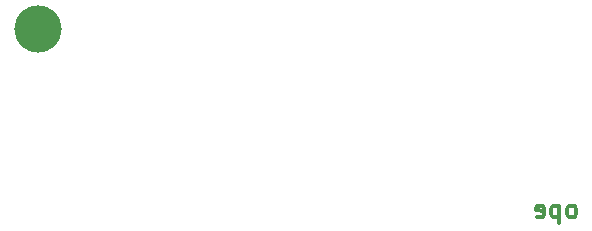
<source format=gbr>
G04 #@! TF.GenerationSoftware,KiCad,Pcbnew,(5.1.10-1-10_14)*
G04 #@! TF.CreationDate,2021-08-18T21:17:47-05:00*
G04 #@! TF.ProjectId,PCB-Keychains,5043422d-4b65-4796-9368-61696e732e6b,rev?*
G04 #@! TF.SameCoordinates,Original*
G04 #@! TF.FileFunction,Soldermask,Bot*
G04 #@! TF.FilePolarity,Negative*
%FSLAX46Y46*%
G04 Gerber Fmt 4.6, Leading zero omitted, Abs format (unit mm)*
G04 Created by KiCad (PCBNEW (5.1.10-1-10_14)) date 2021-08-18 21:17:47*
%MOMM*%
%LPD*%
G01*
G04 APERTURE LIST*
%ADD10C,0.375000*%
%ADD11C,4.000000*%
G04 APERTURE END LIST*
D10*
X206021071Y-56746071D02*
X206163928Y-56674642D01*
X206235357Y-56603214D01*
X206306785Y-56460357D01*
X206306785Y-56031785D01*
X206235357Y-55888928D01*
X206163928Y-55817500D01*
X206021071Y-55746071D01*
X205806785Y-55746071D01*
X205663928Y-55817500D01*
X205592500Y-55888928D01*
X205521071Y-56031785D01*
X205521071Y-56460357D01*
X205592500Y-56603214D01*
X205663928Y-56674642D01*
X205806785Y-56746071D01*
X206021071Y-56746071D01*
X204878214Y-55746071D02*
X204878214Y-57246071D01*
X204878214Y-55817500D02*
X204735357Y-55746071D01*
X204449642Y-55746071D01*
X204306785Y-55817500D01*
X204235357Y-55888928D01*
X204163928Y-56031785D01*
X204163928Y-56460357D01*
X204235357Y-56603214D01*
X204306785Y-56674642D01*
X204449642Y-56746071D01*
X204735357Y-56746071D01*
X204878214Y-56674642D01*
X202949642Y-56674642D02*
X203092500Y-56746071D01*
X203378214Y-56746071D01*
X203521071Y-56674642D01*
X203592500Y-56531785D01*
X203592500Y-55960357D01*
X203521071Y-55817500D01*
X203378214Y-55746071D01*
X203092500Y-55746071D01*
X202949642Y-55817500D01*
X202878214Y-55960357D01*
X202878214Y-56103214D01*
X203592500Y-56246071D01*
D11*
X160705200Y-40773600D03*
M02*

</source>
